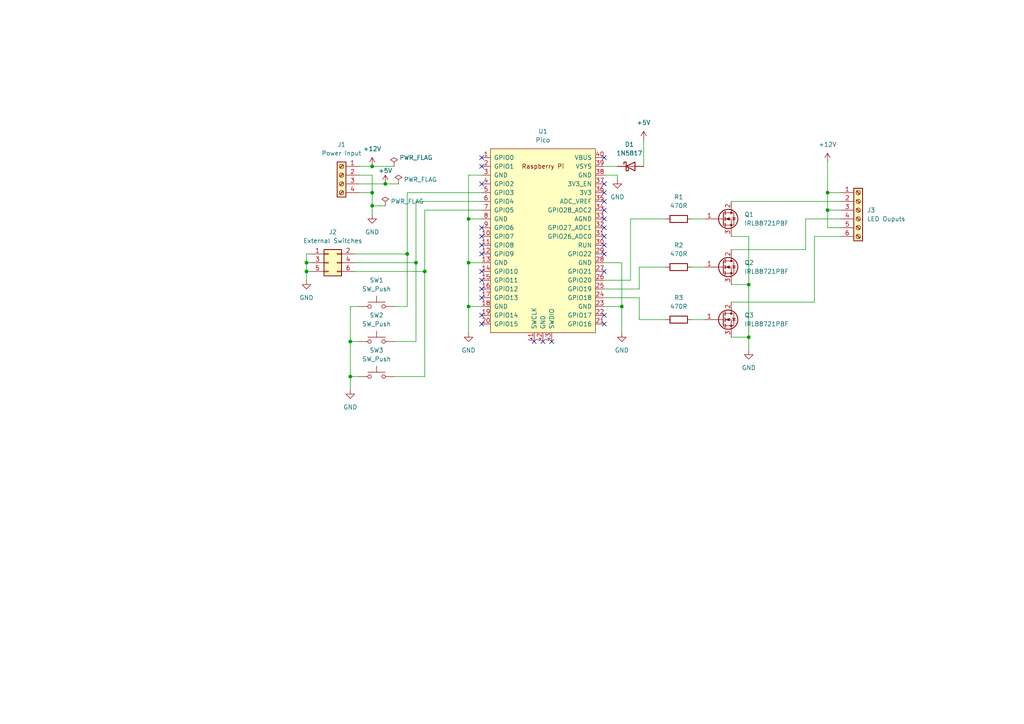
<source format=kicad_sch>
(kicad_sch (version 20211123) (generator eeschema)
  (paper "A4")
  (lib_symbols
    (symbol "Connector:Screw_Terminal_01x04" (pin_names (offset 1.016) hide)
      (property "Reference" "J" (at 0 5.08 0))
      (property "Value" "Screw_Terminal_01x04" (at 0 -7.62 0))
      (symbol "Screw_Terminal_01x04_1_1"
        (rectangle (start -1.27 3.81) (end 1.27 -6.35) (stroke (width 0.254)) (fill (type background)))
        (circle (center 0 -5.08) (radius 0.635) (stroke (width 0.1524)))
        (circle (center 0 -2.54) (radius 0.635) (stroke (width 0.1524)))
        (polyline (pts (xy -0.5334 -4.7498) (xy 0.3302 -5.588)) (stroke (width 0.1524)))
        (polyline (pts (xy -0.5334 -2.2098) (xy 0.3302 -3.048)) (stroke (width 0.1524)))
        (polyline (pts (xy -0.5334 0.3302) (xy 0.3302 -0.508)) (stroke (width 0.1524)))
        (polyline (pts (xy -0.5334 2.8702) (xy 0.3302 2.032)) (stroke (width 0.1524)))
        (polyline (pts (xy -0.3556 -4.572) (xy 0.508 -5.4102)) (stroke (width 0.1524)))
        (polyline (pts (xy -0.3556 -2.032) (xy 0.508 -2.8702)) (stroke (width 0.1524)))
        (polyline (pts (xy -0.3556 0.508) (xy 0.508 -0.3302)) (stroke (width 0.1524)))
        (polyline (pts (xy -0.3556 3.048) (xy 0.508 2.2098)) (stroke (width 0.1524)))
        (circle (center 0 0) (radius 0.635) (stroke (width 0.1524)))
        (circle (center 0 2.54) (radius 0.635) (stroke (width 0.1524)))
        (pin passive line (at -5.08 2.54 0) (length 3.81) (name "Pin_1") (number "1"))
        (pin passive line (at -5.08 0 0) (length 3.81) (name "Pin_2") (number "2"))
        (pin passive line (at -5.08 -2.54 0) (length 3.81) (name "Pin_3") (number "3"))
        (pin passive line (at -5.08 -5.08 0) (length 3.81) (name "Pin_4") (number "4"))
      )
    )
    (symbol "Connector:Screw_Terminal_01x06" (pin_names (offset 1.016) hide)
      (property "Reference" "J" (at 0 7.62 0))
      (property "Value" "Screw_Terminal_01x06" (at 0 -10.16 0))
      (symbol "Screw_Terminal_01x06_1_1"
        (rectangle (start -1.27 6.35) (end 1.27 -8.89) (stroke (width 0.254)) (fill (type background)))
        (circle (center 0 -7.62) (radius 0.635) (stroke (width 0.1524)))
        (circle (center 0 -5.08) (radius 0.635) (stroke (width 0.1524)))
        (circle (center 0 -2.54) (radius 0.635) (stroke (width 0.1524)))
        (polyline (pts (xy -0.5334 -7.2898) (xy 0.3302 -8.128)) (stroke (width 0.1524)))
        (polyline (pts (xy -0.5334 -4.7498) (xy 0.3302 -5.588)) (stroke (width 0.1524)))
        (polyline (pts (xy -0.5334 -2.2098) (xy 0.3302 -3.048)) (stroke (width 0.1524)))
        (polyline (pts (xy -0.5334 0.3302) (xy 0.3302 -0.508)) (stroke (width 0.1524)))
        (polyline (pts (xy -0.5334 2.8702) (xy 0.3302 2.032)) (stroke (width 0.1524)))
        (polyline (pts (xy -0.5334 5.4102) (xy 0.3302 4.572)) (stroke (width 0.1524)))
        (polyline (pts (xy -0.3556 -7.112) (xy 0.508 -7.9502)) (stroke (width 0.1524)))
        (polyline (pts (xy -0.3556 -4.572) (xy 0.508 -5.4102)) (stroke (width 0.1524)))
        (polyline (pts (xy -0.3556 -2.032) (xy 0.508 -2.8702)) (stroke (width 0.1524)))
        (polyline (pts (xy -0.3556 0.508) (xy 0.508 -0.3302)) (stroke (width 0.1524)))
        (polyline (pts (xy -0.3556 3.048) (xy 0.508 2.2098)) (stroke (width 0.1524)))
        (polyline (pts (xy -0.3556 5.588) (xy 0.508 4.7498)) (stroke (width 0.1524)))
        (circle (center 0 0) (radius 0.635) (stroke (width 0.1524)))
        (circle (center 0 2.54) (radius 0.635) (stroke (width 0.1524)))
        (circle (center 0 5.08) (radius 0.635) (stroke (width 0.1524)))
        (pin passive line (at -5.08 5.08 0) (length 3.81) (name "Pin_1") (number "1"))
        (pin passive line (at -5.08 2.54 0) (length 3.81) (name "Pin_2") (number "2"))
        (pin passive line (at -5.08 0 0) (length 3.81) (name "Pin_3") (number "3"))
        (pin passive line (at -5.08 -2.54 0) (length 3.81) (name "Pin_4") (number "4"))
        (pin passive line (at -5.08 -5.08 0) (length 3.81) (name "Pin_5") (number "5"))
        (pin passive line (at -5.08 -7.62 0) (length 3.81) (name "Pin_6") (number "6"))
      )
    )
    (symbol "Connector_Generic:Conn_02x03_Odd_Even" (pin_names (offset 1.016) hide)
      (property "Reference" "J" (at 1.27 5.08 0))
      (property "Value" "Conn_02x03_Odd_Even" (at 1.27 -5.08 0))
      (symbol "Conn_02x03_Odd_Even_1_1"
        (rectangle (start -1.27 -2.413) (end 0 -2.667) (stroke (width 0.1524)))
        (rectangle (start -1.27 0.127) (end 0 -0.127) (stroke (width 0.1524)))
        (rectangle (start -1.27 2.667) (end 0 2.413) (stroke (width 0.1524)))
        (rectangle (start -1.27 3.81) (end 3.81 -3.81) (stroke (width 0.254)) (fill (type background)))
        (rectangle (start 3.81 -2.413) (end 2.54 -2.667) (stroke (width 0.1524)))
        (rectangle (start 3.81 0.127) (end 2.54 -0.127) (stroke (width 0.1524)))
        (rectangle (start 3.81 2.667) (end 2.54 2.413) (stroke (width 0.1524)))
        (pin passive line (at -5.08 2.54 0) (length 3.81) (name "Pin_1") (number "1"))
        (pin passive line (at 7.62 2.54 180) (length 3.81) (name "Pin_2") (number "2"))
        (pin passive line (at -5.08 0 0) (length 3.81) (name "Pin_3") (number "3"))
        (pin passive line (at 7.62 0 180) (length 3.81) (name "Pin_4") (number "4"))
        (pin passive line (at -5.08 -2.54 0) (length 3.81) (name "Pin_5") (number "5"))
        (pin passive line (at 7.62 -2.54 180) (length 3.81) (name "Pin_6") (number "6"))
      )
    )
    (symbol "Device:R" (pin_numbers hide) (pin_names (offset 0))
      (property "Reference" "R" (at 2.032 0 90))
      (property "Value" "R" (at 0 0 90))
      (symbol "R_0_1"
        (rectangle (start -1.016 -2.54) (end 1.016 2.54) (stroke (width 0.254)))
      )
      (symbol "R_1_1"
        (pin passive line (at 0 3.81 270) (length 1.27) (name "~") (number "1"))
        (pin passive line (at 0 -3.81 90) (length 1.27) (name "~") (number "2"))
      )
    )
    (symbol "Diode:1N5817" (pin_numbers hide) (pin_names (offset 1.016) hide)
      (property "Reference" "D" (at 0 2.54 0))
      (property "Value" "1N5817" (at 0 -2.54 0))
      (symbol "1N5817_0_1"
        (polyline (pts (xy 1.27 0) (xy -1.27 0)))
        (polyline (pts (xy 1.27 1.27) (xy 1.27 -1.27) (xy -1.27 0) (xy 1.27 1.27)) (stroke (width 0.254)))
        (polyline (pts (xy -1.905 0.635) (xy -1.905 1.27) (xy -1.27 1.27) (xy -1.27 -1.27) (xy -0.635 -1.27) (xy -0.635 -0.635)) (stroke (width 0.254)))
      )
      (symbol "1N5817_1_1"
        (pin passive line (at -3.81 0 0) (length 2.54) (name "K") (number "1"))
        (pin passive line (at 3.81 0 180) (length 2.54) (name "A") (number "2"))
      )
    )
    (symbol "RPiPico:Pico" (pin_names (offset 1.016))
      (property "Reference" "U1" (at 0 31.75 0))
      (property "Value" "Pico" (at 0 29.21 0))
      (symbol "Pico_0_0"
        (text "Raspberry Pi" (at 0 21.59 0) (effects (font (size 1.27 1.27))))
      )
      (symbol "Pico_0_1"
        (rectangle (start -15.24 26.67) (end 15.24 -26.67) (fill (type background)))
      )
      (symbol "Pico_1_1"
        (pin bidirectional line (at -17.78 24.13 0) (length 2.54) (name "GPIO0") (number "1"))
        (pin bidirectional line (at -17.78 1.27 0) (length 2.54) (name "GPIO7") (number "10"))
        (pin bidirectional line (at -17.78 -1.27 0) (length 2.54) (name "GPIO8") (number "11"))
        (pin bidirectional line (at -17.78 -3.81 0) (length 2.54) (name "GPIO9") (number "12"))
        (pin power_in line (at -17.78 -6.35 0) (length 2.54) (name "GND") (number "13"))
        (pin bidirectional line (at -17.78 -8.89 0) (length 2.54) (name "GPIO10") (number "14"))
        (pin bidirectional line (at -17.78 -11.43 0) (length 2.54) (name "GPIO11") (number "15"))
        (pin bidirectional line (at -17.78 -13.97 0) (length 2.54) (name "GPIO12") (number "16"))
        (pin bidirectional line (at -17.78 -16.51 0) (length 2.54) (name "GPIO13") (number "17"))
        (pin power_in line (at -17.78 -19.05 0) (length 2.54) (name "GND") (number "18"))
        (pin bidirectional line (at -17.78 -21.59 0) (length 2.54) (name "GPIO14") (number "19"))
        (pin bidirectional line (at -17.78 21.59 0) (length 2.54) (name "GPIO1") (number "2"))
        (pin bidirectional line (at -17.78 -24.13 0) (length 2.54) (name "GPIO15") (number "20"))
        (pin bidirectional line (at 17.78 -24.13 180) (length 2.54) (name "GPIO16") (number "21"))
        (pin bidirectional line (at 17.78 -21.59 180) (length 2.54) (name "GPIO17") (number "22"))
        (pin power_in line (at 17.78 -19.05 180) (length 2.54) (name "GND") (number "23"))
        (pin bidirectional line (at 17.78 -16.51 180) (length 2.54) (name "GPIO18") (number "24"))
        (pin bidirectional line (at 17.78 -13.97 180) (length 2.54) (name "GPIO19") (number "25"))
        (pin bidirectional line (at 17.78 -11.43 180) (length 2.54) (name "GPIO20") (number "26"))
        (pin bidirectional line (at 17.78 -8.89 180) (length 2.54) (name "GPIO21") (number "27"))
        (pin power_in line (at 17.78 -6.35 180) (length 2.54) (name "GND") (number "28"))
        (pin bidirectional line (at 17.78 -3.81 180) (length 2.54) (name "GPIO22") (number "29"))
        (pin power_in line (at -17.78 19.05 0) (length 2.54) (name "GND") (number "3"))
        (pin input line (at 17.78 -1.27 180) (length 2.54) (name "RUN") (number "30"))
        (pin bidirectional line (at 17.78 1.27 180) (length 2.54) (name "GPIO26_ADC0") (number "31"))
        (pin bidirectional line (at 17.78 3.81 180) (length 2.54) (name "GPIO27_ADC1") (number "32"))
        (pin power_in line (at 17.78 6.35 180) (length 2.54) (name "AGND") (number "33"))
        (pin bidirectional line (at 17.78 8.89 180) (length 2.54) (name "GPIO28_ADC2") (number "34"))
        (pin unspecified line (at 17.78 11.43 180) (length 2.54) (name "ADC_VREF") (number "35"))
        (pin unspecified line (at 17.78 13.97 180) (length 2.54) (name "3V3") (number "36"))
        (pin input line (at 17.78 16.51 180) (length 2.54) (name "3V3_EN") (number "37"))
        (pin power_in line (at 17.78 19.05 180) (length 2.54) (name "GND") (number "38"))
        (pin input line (at 17.78 21.59 180) (length 2.54) (name "VSYS") (number "39"))
        (pin bidirectional line (at -17.78 16.51 0) (length 2.54) (name "GPIO2") (number "4"))
        (pin unspecified line (at 17.78 24.13 180) (length 2.54) (name "VBUS") (number "40"))
        (pin input line (at -2.54 -29.21 90) (length 2.54) (name "SWCLK") (number "41"))
        (pin power_in line (at 0 -29.21 90) (length 2.54) (name "GND") (number "42"))
        (pin bidirectional line (at 2.54 -29.21 90) (length 2.54) (name "SWDIO") (number "43"))
        (pin bidirectional line (at -17.78 13.97 0) (length 2.54) (name "GPIO3") (number "5"))
        (pin bidirectional line (at -17.78 11.43 0) (length 2.54) (name "GPIO4") (number "6"))
        (pin bidirectional line (at -17.78 8.89 0) (length 2.54) (name "GPIO5") (number "7"))
        (pin power_in line (at -17.78 6.35 0) (length 2.54) (name "GND") (number "8"))
        (pin bidirectional line (at -17.78 3.81 0) (length 2.54) (name "GPIO6") (number "9"))
      )
    )
    (symbol "Switch:SW_Push" (pin_numbers hide) (pin_names (offset 1.016) hide)
      (property "Reference" "SW" (at 1.27 2.54 0))
      (property "Value" "SW_Push" (at 0 -1.524 0))
      (symbol "SW_Push_0_1"
        (circle (center -2.032 0) (radius 0.508))
        (polyline (pts (xy 0 1.27) (xy 0 3.048)))
        (polyline (pts (xy 2.54 1.27) (xy -2.54 1.27)))
        (circle (center 2.032 0) (radius 0.508))
        (pin passive line (at -5.08 0 0) (length 2.54) (name "1") (number "1"))
        (pin passive line (at 5.08 0 180) (length 2.54) (name "2") (number "2"))
      )
    )
    (symbol "Transistor_FET:IRLB8721PBF" (pin_names hide)
      (property "Reference" "Q" (at 6.35 1.905 0))
      (property "Value" "IRLB8721PBF" (at 6.35 0 0))
      (symbol "IRLB8721PBF_0_1"
        (polyline (pts (xy 0.254 0) (xy -2.54 0)))
        (polyline (pts (xy 0.254 1.905) (xy 0.254 -1.905)) (stroke (width 0.254)))
        (polyline (pts (xy 0.762 -1.27) (xy 0.762 -2.286)) (stroke (width 0.254)))
        (polyline (pts (xy 0.762 0.508) (xy 0.762 -0.508)) (stroke (width 0.254)))
        (polyline (pts (xy 0.762 2.286) (xy 0.762 1.27)) (stroke (width 0.254)))
        (polyline (pts (xy 2.54 2.54) (xy 2.54 1.778)))
        (polyline (pts (xy 2.54 -2.54) (xy 2.54 0) (xy 0.762 0)))
        (polyline (pts (xy 0.762 -1.778) (xy 3.302 -1.778) (xy 3.302 1.778) (xy 0.762 1.778)))
        (polyline (pts (xy 1.016 0) (xy 2.032 0.381) (xy 2.032 -0.381) (xy 1.016 0)) (fill (type outline)))
        (polyline (pts (xy 2.794 0.508) (xy 2.921 0.381) (xy 3.683 0.381) (xy 3.81 0.254)))
        (polyline (pts (xy 3.302 0.381) (xy 2.921 -0.254) (xy 3.683 -0.254) (xy 3.302 0.381)))
        (circle (center 1.651 0) (radius 2.794) (stroke (width 0.254)))
        (circle (center 2.54 -1.778) (radius 0.254) (fill (type outline)))
        (circle (center 2.54 1.778) (radius 0.254) (fill (type outline)))
      )
      (symbol "IRLB8721PBF_1_1"
        (pin input line (at -5.08 0 0) (length 2.54) (name "G") (number "1"))
        (pin passive line (at 2.54 5.08 270) (length 2.54) (name "D") (number "2"))
        (pin passive line (at 2.54 -5.08 90) (length 2.54) (name "S") (number "3"))
      )
    )
    (symbol "power:+12V" (power) (pin_names (offset 0))
      (property "Value" "+12V" (at 0 3.556 0))
      (symbol "+12V_0_1"
        (polyline (pts (xy -0.762 1.27) (xy 0 2.54)))
        (polyline (pts (xy 0 0) (xy 0 2.54)))
        (polyline (pts (xy 0 2.54) (xy 0.762 1.27)))
      )
      (symbol "+12V_1_1"
        (pin power_in line (at 0 0 90) (length 0) hide (name "+12V") (number "1"))
      )
    )
    (symbol "power:+5V" (power) (pin_names (offset 0))
      (property "Value" "+5V" (at 0 3.556 0))
      (symbol "+5V_0_1"
        (polyline (pts (xy -0.762 1.27) (xy 0 2.54)))
        (polyline (pts (xy 0 0) (xy 0 2.54)))
        (polyline (pts (xy 0 2.54) (xy 0.762 1.27)))
      )
      (symbol "+5V_1_1"
        (pin power_in line (at 0 0 90) (length 0) hide (name "+5V") (number "1"))
      )
    )
    (symbol "power:GND" (power) (pin_names (offset 0))
      (property "Value" "GND" (at 0 -3.81 0))
      (symbol "GND_0_1"
        (polyline (pts (xy 0 0) (xy 0 -1.27) (xy 1.27 -1.27) (xy 0 -2.54) (xy -1.27 -1.27) (xy 0 -1.27)))
      )
      (symbol "GND_1_1"
        (pin power_in line (at 0 0 270) (length 0) hide (name "GND") (number "1"))
      )
    )
    (symbol "power:PWR_FLAG" (power) (pin_numbers hide) (pin_names (offset 0) hide)
      (property "Value" "PWR_FLAG" (at 0 3.81 0))
      (symbol "PWR_FLAG_0_0"
        (pin power_out line (at 0 0 90) (length 0) (name "pwr") (number "1"))
      )
      (symbol "PWR_FLAG_0_1"
        (polyline (pts (xy 0 0) (xy 0 1.27) (xy -1.016 1.905) (xy 0 2.54) (xy 1.016 1.905) (xy 0 1.27)))
      )
    )
  )
  (junction (at 118.11 73.66))
  (junction (at 101.6 99.06))
  (junction (at 88.9 76.2))
  (junction (at 180.34 88.9))
  (junction (at 111.76 53.34))
  (junction (at 217.17 82.55))
  (junction (at 107.95 59.69))
  (junction (at 107.95 48.26))
  (junction (at 135.89 76.2))
  (junction (at 240.03 55.88))
  (junction (at 135.89 88.9))
  (junction (at 88.9 78.74))
  (junction (at 240.03 60.96))
  (junction (at 107.95 55.88))
  (junction (at 120.65 76.2))
  (junction (at 135.89 63.5))
  (junction (at 101.6 109.22))
  (junction (at 217.17 97.79))
  (junction (at 123.19 78.74))
  (no_connect (at 139.7 45.72))
  (no_connect (at 139.7 48.26))
  (no_connect (at 139.7 66.04))
  (no_connect (at 175.26 71.12))
  (no_connect (at 175.26 73.66))
  (no_connect (at 175.26 78.74))
  (no_connect (at 175.26 91.44))
  (no_connect (at 175.26 93.98))
  (no_connect (at 139.7 83.82))
  (no_connect (at 139.7 86.36))
  (no_connect (at 139.7 78.74))
  (no_connect (at 139.7 81.28))
  (no_connect (at 139.7 68.58))
  (no_connect (at 139.7 71.12))
  (no_connect (at 139.7 73.66))
  (no_connect (at 139.7 93.98))
  (no_connect (at 175.26 45.72))
  (no_connect (at 175.26 63.5))
  (no_connect (at 175.26 66.04))
  (no_connect (at 175.26 68.58))
  (no_connect (at 175.26 60.96))
  (no_connect (at 175.26 53.34))
  (no_connect (at 175.26 55.88))
  (no_connect (at 175.26 58.42))
  (no_connect (at 139.7 53.34))
  (no_connect (at 139.7 91.44))
  (no_connect (at 157.48 99.06))
  (no_connect (at 154.94 99.06))
  (no_connect (at 160.02 99.06))
  (wire (pts (xy 123.19 60.96) (xy 139.7 60.96)))
  (wire (pts (xy 233.68 72.39) (xy 212.09 72.39)))
  (wire (pts (xy 185.42 83.82) (xy 185.42 77.47)))
  (wire (pts (xy 104.14 50.8) (xy 107.95 50.8)))
  (wire (pts (xy 175.26 81.28) (xy 182.88 81.28)))
  (wire (pts (xy 102.87 76.2) (xy 120.65 76.2)))
  (wire (pts (xy 101.6 99.06) (xy 104.14 99.06)))
  (wire (pts (xy 88.9 76.2) (xy 88.9 78.74)))
  (wire (pts (xy 88.9 78.74) (xy 88.9 81.28)))
  (wire (pts (xy 118.11 55.88) (xy 118.11 73.66)))
  (wire (pts (xy 240.03 46.99) (xy 240.03 55.88)))
  (wire (pts (xy 120.65 58.42) (xy 139.7 58.42)))
  (wire (pts (xy 101.6 109.22) (xy 101.6 113.03)))
  (wire (pts (xy 135.89 63.5) (xy 139.7 63.5)))
  (wire (pts (xy 104.14 88.9) (xy 101.6 88.9)))
  (wire (pts (xy 101.6 109.22) (xy 104.14 109.22)))
  (wire (pts (xy 107.95 59.69) (xy 107.95 62.23)))
  (wire (pts (xy 212.09 82.55) (xy 217.17 82.55)))
  (wire (pts (xy 243.84 63.5) (xy 233.68 63.5)))
  (wire (pts (xy 180.34 88.9) (xy 180.34 96.52)))
  (wire (pts (xy 104.14 55.88) (xy 107.95 55.88)))
  (wire (pts (xy 186.69 40.64) (xy 186.69 48.26)))
  (wire (pts (xy 200.66 92.71) (xy 204.47 92.71)))
  (wire (pts (xy 135.89 96.52) (xy 135.89 88.9)))
  (wire (pts (xy 135.89 63.5) (xy 135.89 50.8)))
  (wire (pts (xy 118.11 88.9) (xy 114.3 88.9)))
  (wire (pts (xy 175.26 86.36) (xy 185.42 86.36)))
  (wire (pts (xy 88.9 73.66) (xy 88.9 76.2)))
  (wire (pts (xy 114.3 99.06) (xy 120.65 99.06)))
  (wire (pts (xy 217.17 82.55) (xy 217.17 97.79)))
  (wire (pts (xy 135.89 76.2) (xy 135.89 63.5)))
  (wire (pts (xy 107.95 50.8) (xy 107.95 55.88)))
  (wire (pts (xy 240.03 60.96) (xy 240.03 66.04)))
  (wire (pts (xy 240.03 66.04) (xy 243.84 66.04)))
  (wire (pts (xy 102.87 78.74) (xy 123.19 78.74)))
  (wire (pts (xy 175.26 76.2) (xy 180.34 76.2)))
  (wire (pts (xy 120.65 58.42) (xy 120.65 76.2)))
  (wire (pts (xy 135.89 76.2) (xy 139.7 76.2)))
  (wire (pts (xy 101.6 88.9) (xy 101.6 99.06)))
  (wire (pts (xy 123.19 60.96) (xy 123.19 78.74)))
  (wire (pts (xy 240.03 55.88) (xy 240.03 60.96)))
  (wire (pts (xy 236.22 87.63) (xy 212.09 87.63)))
  (wire (pts (xy 212.09 97.79) (xy 217.17 97.79)))
  (wire (pts (xy 217.17 68.58) (xy 217.17 82.55)))
  (wire (pts (xy 240.03 60.96) (xy 243.84 60.96)))
  (wire (pts (xy 233.68 63.5) (xy 233.68 72.39)))
  (wire (pts (xy 200.66 77.47) (xy 204.47 77.47)))
  (wire (pts (xy 107.95 59.69) (xy 111.76 59.69)))
  (wire (pts (xy 185.42 92.71) (xy 193.04 92.71)))
  (wire (pts (xy 200.66 63.5) (xy 204.47 63.5)))
  (wire (pts (xy 185.42 86.36) (xy 185.42 92.71)))
  (wire (pts (xy 182.88 63.5) (xy 193.04 63.5)))
  (wire (pts (xy 236.22 68.58) (xy 236.22 87.63)))
  (wire (pts (xy 88.9 78.74) (xy 90.17 78.74)))
  (wire (pts (xy 175.26 83.82) (xy 185.42 83.82)))
  (wire (pts (xy 101.6 99.06) (xy 101.6 109.22)))
  (wire (pts (xy 114.3 109.22) (xy 123.19 109.22)))
  (wire (pts (xy 175.26 88.9) (xy 180.34 88.9)))
  (wire (pts (xy 88.9 76.2) (xy 90.17 76.2)))
  (wire (pts (xy 182.88 81.28) (xy 182.88 63.5)))
  (wire (pts (xy 243.84 68.58) (xy 236.22 68.58)))
  (wire (pts (xy 179.07 50.8) (xy 179.07 52.07)))
  (wire (pts (xy 104.14 53.34) (xy 111.76 53.34)))
  (wire (pts (xy 185.42 77.47) (xy 193.04 77.47)))
  (wire (pts (xy 135.89 50.8) (xy 139.7 50.8)))
  (wire (pts (xy 180.34 76.2) (xy 180.34 88.9)))
  (wire (pts (xy 139.7 55.88) (xy 118.11 55.88)))
  (wire (pts (xy 107.95 55.88) (xy 107.95 59.69)))
  (wire (pts (xy 111.76 53.34) (xy 115.57 53.34)))
  (wire (pts (xy 135.89 88.9) (xy 139.7 88.9)))
  (wire (pts (xy 217.17 97.79) (xy 217.17 101.6)))
  (wire (pts (xy 90.17 73.66) (xy 88.9 73.66)))
  (wire (pts (xy 123.19 78.74) (xy 123.19 109.22)))
  (wire (pts (xy 175.26 50.8) (xy 179.07 50.8)))
  (wire (pts (xy 107.95 48.26) (xy 114.3 48.26)))
  (wire (pts (xy 102.87 73.66) (xy 118.11 73.66)))
  (wire (pts (xy 240.03 55.88) (xy 243.84 55.88)))
  (wire (pts (xy 120.65 76.2) (xy 120.65 99.06)))
  (wire (pts (xy 212.09 68.58) (xy 217.17 68.58)))
  (wire (pts (xy 212.09 58.42) (xy 243.84 58.42)))
  (wire (pts (xy 104.14 48.26) (xy 107.95 48.26)))
  (wire (pts (xy 175.26 48.26) (xy 179.07 48.26)))
  (wire (pts (xy 135.89 88.9) (xy 135.89 76.2)))
  (wire (pts (xy 118.11 73.66) (xy 118.11 88.9)))
  (symbol (lib_id "Transistor_FET:IRLB8721PBF") (at 209.55 92.71 0) (unit 1)
    (property "Reference" "Q3" (at 215.9 91.4399 0) (effects (justify left)))
    (property "Value" "IRLB8721PBF" (at 215.9 93.9799 0) (effects (justify left)))
    (property "Footprint" "Package_TO_SOT_THT:TO-220-3_Vertical" (effects hide))
    (property "Datasheet" "http://www.infineon.com/dgdl/irlb8721pbf.pdf?fileId=5546d462533600a40153566056732591" (effects hide))
  )
  (symbol (lib_id "Transistor_FET:IRLB8721PBF") (at 209.55 77.47 0) (unit 1)
    (property "Reference" "Q2" (at 215.9 76.1999 0) (effects (justify left)))
    (property "Value" "IRLB8721PBF" (at 215.9 78.7399 0) (effects (justify left)))
    (property "Footprint" "Package_TO_SOT_THT:TO-220-3_Vertical" (effects hide))
    (property "Datasheet" "http://www.infineon.com/dgdl/irlb8721pbf.pdf?fileId=5546d462533600a40153566056732591" (effects hide))
  )
  (symbol (lib_id "power:GND") (at 179.07 52.07 0) (unit 1)
    (property "Reference" "#PWR06" (effects hide))
    (property "Value" "GND" (at 179.07 57.15 0))
  )
  (symbol (lib_id "power:+12V") (at 107.95 48.26 0) (unit 1)
    (property "Reference" "#PWR03" (effects hide))
    (property "Value" "+12V" (at 107.95 43.18 0))
  )
  (symbol (lib_id "Switch:SW_Push") (at 109.22 109.22 0) (unit 1)
    (property "Reference" "SW3" (at 109.22 101.6 0))
    (property "Value" "SW_Push" (at 109.22 104.14 0))
    (property "Footprint" "Button_Switch_THT:SW_PUSH-12mm" (effects hide))
  )
  (symbol (lib_id "power:GND") (at 135.89 96.52 0) (unit 1)
    (property "Reference" "#PWR0102" (effects hide))
    (property "Value" "GND" (at 135.89 101.6 0))
  )
  (symbol (lib_id "Connector_Generic:Conn_02x03_Odd_Even") (at 95.25 76.2 0) (unit 1)
    (property "Reference" "J2" (at 96.52 67.31 0))
    (property "Value" "External Switches" (at 96.52 69.85 0))
    (property "Footprint" "Connector_PinHeader_2.54mm:PinHeader_2x03_P2.54mm_Vertical" (effects hide))
  )
  (symbol (lib_id "Switch:SW_Push") (at 109.22 88.9 0) (unit 1)
    (property "Reference" "SW1" (at 109.22 81.28 0))
    (property "Value" "SW_Push" (at 109.22 83.82 0))
    (property "Footprint" "Button_Switch_THT:SW_PUSH-12mm" (effects hide))
  )
  (symbol (lib_id "power:+5V") (at 186.69 40.64 0) (unit 1)
    (property "Reference" "#PWR07" (effects hide))
    (property "Value" "+5V" (at 186.69 35.56 0))
  )
  (symbol (lib_id "power:PWR_FLAG") (at 115.57 53.34 0) (unit 1)
    (property "Reference" "#FLG0103" (effects hide))
    (property "Value" "PWR_FLAG" (at 121.92 52.07 0))
  )
  (symbol (lib_id "Device:R") (at 196.85 77.47 270) (unit 1)
    (property "Reference" "R2" (at 196.85 71.12 90))
    (property "Value" "470R" (at 196.85 73.66 90))
    (property "Footprint" "Resistor_THT:R_Axial_DIN0411_L9.9mm_D3.6mm_P15.24mm_Horizontal" (effects hide))
  )
  (symbol (lib_id "power:PWR_FLAG") (at 111.76 59.69 0) (unit 1)
    (property "Reference" "#FLG0101" (effects hide))
    (property "Value" "PWR_FLAG" (at 118.11 58.42 0))
  )
  (symbol (lib_id "Connector:Screw_Terminal_01x04") (at 99.06 50.8 0) (mirror y) (unit 1)
    (property "Reference" "J1" (at 99.06 41.91 0))
    (property "Value" "Power Input" (at 99.06 44.45 0))
    (property "Footprint" "TerminalBlock_Phoenix:TerminalBlock_Phoenix_MKDS-1,5-4_1x04_P5.00mm_Horizontal" (effects hide))
  )
  (symbol (lib_id "Transistor_FET:IRLB8721PBF") (at 209.55 63.5 0) (unit 1)
    (property "Reference" "Q1" (at 215.9 62.2299 0) (effects (justify left)))
    (property "Value" "IRLB8721PBF" (at 215.9 64.7699 0) (effects (justify left)))
    (property "Footprint" "Package_TO_SOT_THT:TO-220-3_Vertical" (effects hide))
    (property "Datasheet" "http://www.infineon.com/dgdl/irlb8721pbf.pdf?fileId=5546d462533600a40153566056732591" (effects hide))
  )
  (symbol (lib_id "Device:R") (at 196.85 92.71 270) (unit 1)
    (property "Reference" "R3" (at 196.85 86.36 90))
    (property "Value" "470R" (at 196.85 88.9 90))
    (property "Footprint" "Resistor_THT:R_Axial_DIN0411_L9.9mm_D3.6mm_P15.24mm_Horizontal" (effects hide))
  )
  (symbol (lib_id "Diode:1N5817") (at 182.88 48.26 0) (unit 1)
    (property "Reference" "D1" (at 182.5625 41.91 0))
    (property "Value" "1N5817" (at 182.5625 44.45 0))
    (property "Footprint" "Diode_THT:D_DO-41_SOD81_P10.16mm_Horizontal" (effects hide))
    (property "Datasheet" "http://www.vishay.com/docs/88525/1n5817.pdf" (effects hide))
  )
  (symbol (lib_id "power:+12V") (at 240.03 46.99 0) (unit 1)
    (property "Reference" "#PWR09" (effects hide))
    (property "Value" "+12V" (at 240.03 41.91 0))
  )
  (symbol (lib_id "power:+5V") (at 111.76 53.34 0) (unit 1)
    (property "Reference" "#PWR05" (effects hide))
    (property "Value" "+5V" (at 111.76 49.53 0))
  )
  (symbol (lib_id "power:GND") (at 107.95 62.23 0) (unit 1)
    (property "Reference" "#PWR04" (effects hide))
    (property "Value" "GND" (at 107.95 67.31 0))
  )
  (symbol (lib_id "Device:R") (at 196.85 63.5 270) (unit 1)
    (property "Reference" "R1" (at 196.85 57.15 90))
    (property "Value" "470R" (at 196.85 59.69 90))
    (property "Footprint" "Resistor_THT:R_Axial_DIN0411_L9.9mm_D3.6mm_P15.24mm_Horizontal" (effects hide))
  )
  (symbol (lib_id "RPiPico:Pico") (at 157.48 69.85 0) (unit 1)
    (property "Reference" "U1" (at 157.48 38.1 0))
    (property "Value" "Pico" (at 157.48 40.64 0))
    (property "Footprint" "RPi_Pico:RPi_Pico_SMD_TH" (effects hide))
  )
  (symbol (lib_id "power:GND") (at 101.6 113.03 0) (unit 1)
    (property "Reference" "#PWR02" (effects hide))
    (property "Value" "GND" (at 101.6 118.11 0))
  )
  (symbol (lib_id "Connector:Screw_Terminal_01x06") (at 248.92 60.96 0) (unit 1)
    (property "Reference" "J3" (at 251.46 60.9599 0) (effects (justify left)))
    (property "Value" "LED Ouputs" (at 251.46 63.4999 0) (effects (justify left)))
    (property "Footprint" "TerminalBlock_Phoenix:TerminalBlock_Phoenix_MKDS-1,5-6_1x06_P5.00mm_Horizontal" (effects hide))
  )
  (symbol (lib_id "power:PWR_FLAG") (at 114.3 48.26 0) (unit 1)
    (property "Reference" "#FLG0102" (effects hide))
    (property "Value" "PWR_FLAG" (at 120.65 45.72 0))
  )
  (symbol (lib_id "power:GND") (at 180.34 96.52 0) (unit 1)
    (property "Reference" "#PWR0101" (effects hide))
    (property "Value" "GND" (at 180.34 101.6 0))
  )
  (symbol (lib_id "power:GND") (at 88.9 81.28 0) (unit 1)
    (property "Reference" "#PWR01" (effects hide))
    (property "Value" "GND" (at 88.9 86.36 0))
  )
  (symbol (lib_id "power:GND") (at 217.17 101.6 0) (unit 1)
    (property "Reference" "#PWR08" (effects hide))
    (property "Value" "GND" (at 217.17 106.68 0))
  )
  (symbol (lib_id "Switch:SW_Push") (at 109.22 99.06 0) (unit 1)
    (property "Reference" "SW2" (at 109.22 91.44 0))
    (property "Value" "SW_Push" (at 109.22 93.98 0))
    (property "Footprint" "Button_Switch_THT:SW_PUSH-12mm" (effects hide))
  )
)
</source>
